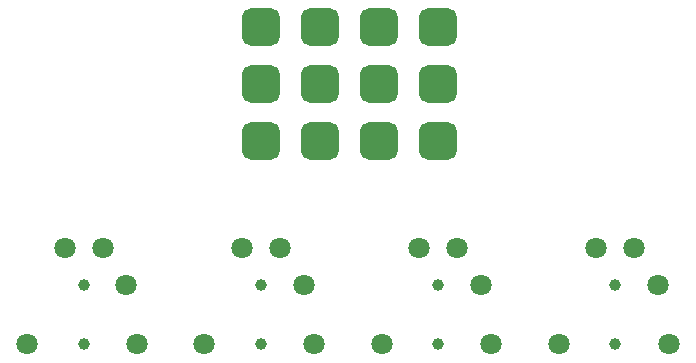
<source format=gbr>
%TF.GenerationSoftware,KiCad,Pcbnew,7.0.6-7.0.6~ubuntu22.04.1*%
%TF.CreationDate,2023-08-06T19:07:11+12:00*%
%TF.ProjectId,AUX_SWITCH,4155585f-5357-4495-9443-482e6b696361,v1.0*%
%TF.SameCoordinates,Original*%
%TF.FileFunction,Soldermask,Bot*%
%TF.FilePolarity,Negative*%
%FSLAX46Y46*%
G04 Gerber Fmt 4.6, Leading zero omitted, Abs format (unit mm)*
G04 Created by KiCad (PCBNEW 7.0.6-7.0.6~ubuntu22.04.1) date 2023-08-06 19:07:11*
%MOMM*%
%LPD*%
G01*
G04 APERTURE LIST*
G04 Aperture macros list*
%AMRoundRect*
0 Rectangle with rounded corners*
0 $1 Rounding radius*
0 $2 $3 $4 $5 $6 $7 $8 $9 X,Y pos of 4 corners*
0 Add a 4 corners polygon primitive as box body*
4,1,4,$2,$3,$4,$5,$6,$7,$8,$9,$2,$3,0*
0 Add four circle primitives for the rounded corners*
1,1,$1+$1,$2,$3*
1,1,$1+$1,$4,$5*
1,1,$1+$1,$6,$7*
1,1,$1+$1,$8,$9*
0 Add four rect primitives between the rounded corners*
20,1,$1+$1,$2,$3,$4,$5,0*
20,1,$1+$1,$4,$5,$6,$7,0*
20,1,$1+$1,$6,$7,$8,$9,0*
20,1,$1+$1,$8,$9,$2,$3,0*%
G04 Aperture macros list end*
%ADD10C,1.000000*%
%ADD11C,1.800000*%
%ADD12RoundRect,0.800000X0.800000X-0.800000X0.800000X0.800000X-0.800000X0.800000X-0.800000X-0.800000X0*%
G04 APERTURE END LIST*
D10*
%TO.C,J4*%
X162500000Y-115000000D03*
X162500000Y-110000000D03*
D11*
X157700000Y-115000000D03*
X166100000Y-110000000D03*
X160900000Y-106900000D03*
X167000000Y-115000000D03*
X164100000Y-106900000D03*
%TD*%
D10*
%TO.C,J6*%
X147500000Y-115000000D03*
X147500000Y-110000000D03*
D11*
X142700000Y-115000000D03*
X151100000Y-110000000D03*
X145900000Y-106900000D03*
X152000000Y-115000000D03*
X149100000Y-106900000D03*
%TD*%
D12*
%TO.C,J1*%
X162500000Y-93000000D03*
X167500000Y-93000000D03*
X172500000Y-93000000D03*
X177500000Y-93000000D03*
%TD*%
D10*
%TO.C,J7*%
X177500000Y-115000000D03*
X177500000Y-110000000D03*
D11*
X172700000Y-115000000D03*
X181100000Y-110000000D03*
X175900000Y-106900000D03*
X182000000Y-115000000D03*
X179100000Y-106900000D03*
%TD*%
D10*
%TO.C,J5*%
X192500000Y-115000000D03*
X192500000Y-110000000D03*
D11*
X187700000Y-115000000D03*
X196100000Y-110000000D03*
X190900000Y-106900000D03*
X197000000Y-115000000D03*
X194100000Y-106900000D03*
%TD*%
D12*
%TO.C,J3*%
X162500000Y-88200000D03*
X167500000Y-88200000D03*
X172500000Y-88200000D03*
X177500000Y-88200000D03*
%TD*%
%TO.C,J2*%
X162500000Y-97800000D03*
X167500000Y-97800000D03*
X172500000Y-97800000D03*
X177500000Y-97800000D03*
%TD*%
M02*

</source>
